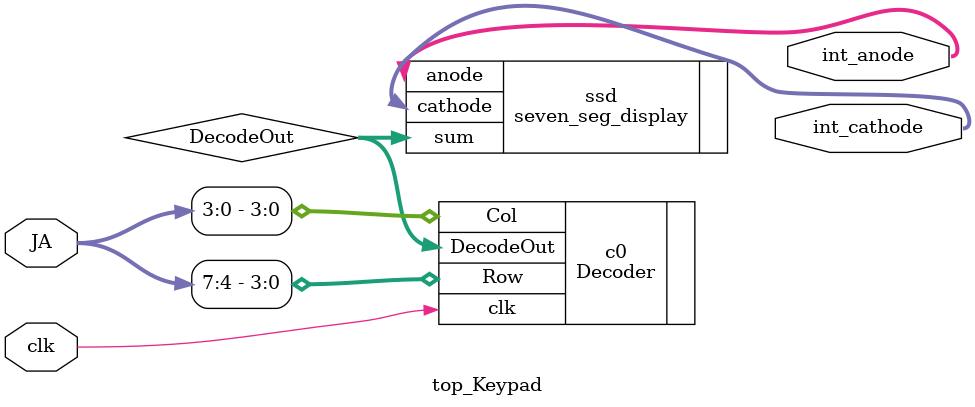
<source format=v>
`timescale 1ns / 1ps


module top_Keypad(
    input clk,
    inout [7:0] JA,
    output [3:0] int_anode,
    output [7:0] int_cathode
    );
    
    wire [3:0] DecodeOut;
    
    Decoder c0(.clk(clk),.Row(JA[7:4]),.Col(JA[3:0]),.DecodeOut(DecodeOut));
    
    seven_seg_display ssd(.sum(DecodeOut), .anode(int_anode), .cathode(int_cathode));
endmodule

</source>
